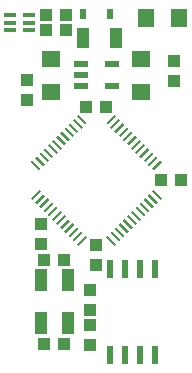
<source format=gbp>
G75*
G70*
%OFA0B0*%
%FSLAX24Y24*%
%IPPOS*%
%LPD*%
%AMOC8*
5,1,8,0,0,1.08239X$1,22.5*
%
%ADD10R,0.0630X0.0551*%
%ADD11R,0.0472X0.0217*%
%ADD12R,0.0433X0.0748*%
%ADD13R,0.0433X0.0394*%
%ADD14R,0.0394X0.0709*%
%ADD15R,0.0248X0.0327*%
%ADD16R,0.0079X0.0394*%
%ADD17R,0.0394X0.0079*%
%ADD18R,0.0394X0.0433*%
%ADD19R,0.0220X0.0590*%
%ADD20R,0.0390X0.0118*%
%ADD21R,0.0551X0.0630*%
D10*
X003743Y010089D03*
X003743Y011191D03*
X006743Y011191D03*
X006743Y010089D03*
D11*
X005755Y010266D03*
X005755Y011014D03*
X004731Y011014D03*
X004731Y010640D03*
X004731Y010266D03*
D12*
X003390Y002362D03*
X004296Y002362D03*
X004296Y003818D03*
X003390Y003818D03*
D13*
X003508Y004490D03*
X004177Y004490D03*
X005043Y003475D03*
X005043Y002805D03*
X004177Y001690D03*
X003508Y001690D03*
X007408Y007140D03*
X008077Y007140D03*
X005577Y009590D03*
X004908Y009590D03*
X002943Y009805D03*
X002943Y010475D03*
D14*
X004792Y011890D03*
X005894Y011890D03*
D15*
X005696Y012690D03*
X004790Y012690D03*
D16*
G36*
X005841Y009324D02*
X005896Y009269D01*
X005619Y008992D01*
X005564Y009047D01*
X005841Y009324D01*
G37*
G36*
X005980Y009185D02*
X006035Y009130D01*
X005758Y008853D01*
X005703Y008908D01*
X005980Y009185D01*
G37*
G36*
X006119Y009046D02*
X006174Y008991D01*
X005897Y008714D01*
X005842Y008769D01*
X006119Y009046D01*
G37*
G36*
X006259Y008907D02*
X006314Y008852D01*
X006037Y008575D01*
X005982Y008630D01*
X006259Y008907D01*
G37*
G36*
X006398Y008768D02*
X006453Y008713D01*
X006176Y008436D01*
X006121Y008491D01*
X006398Y008768D01*
G37*
G36*
X006537Y008628D02*
X006592Y008573D01*
X006315Y008296D01*
X006260Y008351D01*
X006537Y008628D01*
G37*
G36*
X006676Y008489D02*
X006731Y008434D01*
X006454Y008157D01*
X006399Y008212D01*
X006676Y008489D01*
G37*
G36*
X006815Y008350D02*
X006870Y008295D01*
X006593Y008018D01*
X006538Y008073D01*
X006815Y008350D01*
G37*
G36*
X006955Y008211D02*
X007010Y008156D01*
X006733Y007879D01*
X006678Y007934D01*
X006955Y008211D01*
G37*
G36*
X007094Y008072D02*
X007149Y008017D01*
X006872Y007740D01*
X006817Y007795D01*
X007094Y008072D01*
G37*
G36*
X007233Y007932D02*
X007288Y007877D01*
X007011Y007600D01*
X006956Y007655D01*
X007233Y007932D01*
G37*
G36*
X007372Y007793D02*
X007427Y007738D01*
X007150Y007461D01*
X007095Y007516D01*
X007372Y007793D01*
G37*
G36*
X004867Y005288D02*
X004922Y005233D01*
X004645Y004956D01*
X004590Y005011D01*
X004867Y005288D01*
G37*
G36*
X004727Y005427D02*
X004782Y005372D01*
X004505Y005095D01*
X004450Y005150D01*
X004727Y005427D01*
G37*
G36*
X004588Y005566D02*
X004643Y005511D01*
X004366Y005234D01*
X004311Y005289D01*
X004588Y005566D01*
G37*
G36*
X004449Y005705D02*
X004504Y005650D01*
X004227Y005373D01*
X004172Y005428D01*
X004449Y005705D01*
G37*
G36*
X004310Y005844D02*
X004365Y005789D01*
X004088Y005512D01*
X004033Y005567D01*
X004310Y005844D01*
G37*
G36*
X004171Y005984D02*
X004226Y005929D01*
X003949Y005652D01*
X003894Y005707D01*
X004171Y005984D01*
G37*
G36*
X004031Y006123D02*
X004086Y006068D01*
X003809Y005791D01*
X003754Y005846D01*
X004031Y006123D01*
G37*
G36*
X003892Y006262D02*
X003947Y006207D01*
X003670Y005930D01*
X003615Y005985D01*
X003892Y006262D01*
G37*
G36*
X003753Y006401D02*
X003808Y006346D01*
X003531Y006069D01*
X003476Y006124D01*
X003753Y006401D01*
G37*
G36*
X003614Y006540D02*
X003669Y006485D01*
X003392Y006208D01*
X003337Y006263D01*
X003614Y006540D01*
G37*
G36*
X003475Y006680D02*
X003530Y006625D01*
X003253Y006348D01*
X003198Y006403D01*
X003475Y006680D01*
G37*
G36*
X003335Y006819D02*
X003390Y006764D01*
X003113Y006487D01*
X003058Y006542D01*
X003335Y006819D01*
G37*
D17*
G36*
X003113Y007793D02*
X003390Y007516D01*
X003335Y007461D01*
X003058Y007738D01*
X003113Y007793D01*
G37*
G36*
X003253Y007932D02*
X003530Y007655D01*
X003475Y007600D01*
X003198Y007877D01*
X003253Y007932D01*
G37*
G36*
X003392Y008072D02*
X003669Y007795D01*
X003614Y007740D01*
X003337Y008017D01*
X003392Y008072D01*
G37*
G36*
X003531Y008211D02*
X003808Y007934D01*
X003753Y007879D01*
X003476Y008156D01*
X003531Y008211D01*
G37*
G36*
X003670Y008350D02*
X003947Y008073D01*
X003892Y008018D01*
X003615Y008295D01*
X003670Y008350D01*
G37*
G36*
X003809Y008489D02*
X004086Y008212D01*
X004031Y008157D01*
X003754Y008434D01*
X003809Y008489D01*
G37*
G36*
X003949Y008628D02*
X004226Y008351D01*
X004171Y008296D01*
X003894Y008573D01*
X003949Y008628D01*
G37*
G36*
X004088Y008768D02*
X004365Y008491D01*
X004310Y008436D01*
X004033Y008713D01*
X004088Y008768D01*
G37*
G36*
X004227Y008907D02*
X004504Y008630D01*
X004449Y008575D01*
X004172Y008852D01*
X004227Y008907D01*
G37*
G36*
X004366Y009046D02*
X004643Y008769D01*
X004588Y008714D01*
X004311Y008991D01*
X004366Y009046D01*
G37*
G36*
X004505Y009185D02*
X004782Y008908D01*
X004727Y008853D01*
X004450Y009130D01*
X004505Y009185D01*
G37*
G36*
X004645Y009324D02*
X004922Y009047D01*
X004867Y008992D01*
X004590Y009269D01*
X004645Y009324D01*
G37*
G36*
X006733Y006401D02*
X007010Y006124D01*
X006955Y006069D01*
X006678Y006346D01*
X006733Y006401D01*
G37*
G36*
X006872Y006540D02*
X007149Y006263D01*
X007094Y006208D01*
X006817Y006485D01*
X006872Y006540D01*
G37*
G36*
X007011Y006680D02*
X007288Y006403D01*
X007233Y006348D01*
X006956Y006625D01*
X007011Y006680D01*
G37*
G36*
X007150Y006819D02*
X007427Y006542D01*
X007372Y006487D01*
X007095Y006764D01*
X007150Y006819D01*
G37*
G36*
X006593Y006262D02*
X006870Y005985D01*
X006815Y005930D01*
X006538Y006207D01*
X006593Y006262D01*
G37*
G36*
X006454Y006123D02*
X006731Y005846D01*
X006676Y005791D01*
X006399Y006068D01*
X006454Y006123D01*
G37*
G36*
X006315Y005984D02*
X006592Y005707D01*
X006537Y005652D01*
X006260Y005929D01*
X006315Y005984D01*
G37*
G36*
X006176Y005844D02*
X006453Y005567D01*
X006398Y005512D01*
X006121Y005789D01*
X006176Y005844D01*
G37*
G36*
X006037Y005705D02*
X006314Y005428D01*
X006259Y005373D01*
X005982Y005650D01*
X006037Y005705D01*
G37*
G36*
X005897Y005566D02*
X006174Y005289D01*
X006119Y005234D01*
X005842Y005511D01*
X005897Y005566D01*
G37*
G36*
X005758Y005427D02*
X006035Y005150D01*
X005980Y005095D01*
X005703Y005372D01*
X005758Y005427D01*
G37*
G36*
X005619Y005288D02*
X005896Y005011D01*
X005841Y004956D01*
X005564Y005233D01*
X005619Y005288D01*
G37*
D18*
X005243Y004975D03*
X005243Y004305D03*
X005043Y002325D03*
X005043Y001655D03*
X003393Y005005D03*
X003393Y005675D03*
X003558Y012140D03*
X003558Y012640D03*
X004227Y012640D03*
X004227Y012140D03*
X007843Y011125D03*
X007843Y010455D03*
D19*
X007193Y004180D03*
X006693Y004180D03*
X006193Y004180D03*
X005693Y004180D03*
X005693Y001300D03*
X006193Y001300D03*
X006693Y001300D03*
X007193Y001300D03*
D20*
X003012Y012134D03*
X003012Y012390D03*
X003012Y012646D03*
X002378Y012646D03*
X002378Y012390D03*
X002378Y012134D03*
D21*
X006892Y012540D03*
X007994Y012540D03*
M02*

</source>
